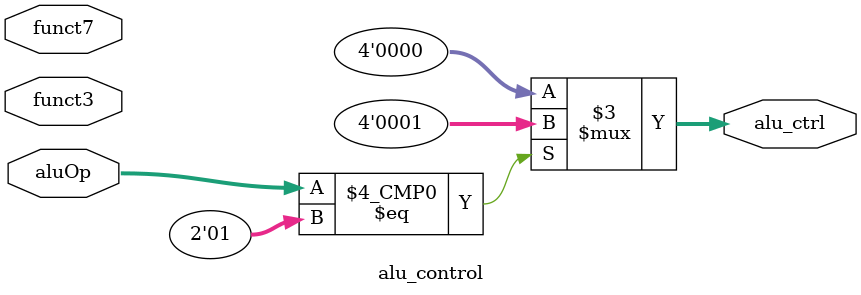
<source format=sv>
module alu_control(
    input  logic [1:0] aluOp,
    input  logic [2:0] funct3,
    input  logic [6:0] funct7,
    output logic [3:0] alu_ctrl
);
    always_comb begin
        alu_ctrl = 4'b0000;          // default ADD
        unique case (aluOp)
            2'b00: alu_ctrl = 4'b0000; // add
            2'b01: alu_ctrl = 4'b0001; // sub (for BEQ)
            default: alu_ctrl = 4'b0000;
        endcase
    end
endmodule


</source>
